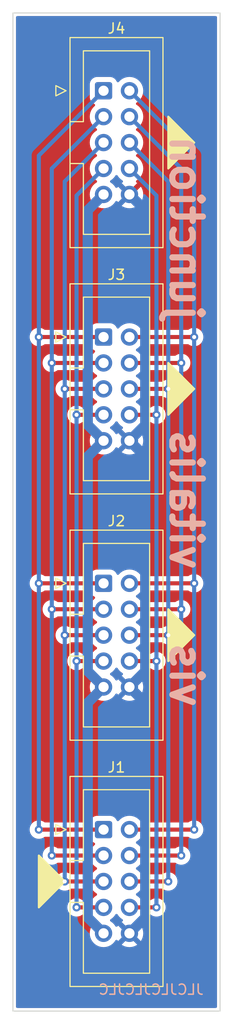
<source format=kicad_pcb>
(kicad_pcb (version 20240108) (generator "pcbnew") (generator_version "8.0")
  (layers (0 "F.Cu" signal) (31 "B.Cu" signal) (34 "B.Paste" user) (35 "F.Paste" user) (36 "B.SilkS" user "B.Silkscreen") (37 "F.SilkS" user "F.Silkscreen") (38 "B.Mask" user) (39 "F.Mask" user) (44 "Edge.Cuts" user))
  (net 0 "")
  (net 1 "d1")
  (net 2 "d2")
  (net 3 "d3")
  (net 4 "d4")
  (net 5 "d5")
  (net 6 "d6")
  (net 7 "d7")
  (net 8 "d8")
  (net 9 "VCC")
  (net 10 "GND")
  (footprint "Connector_IDC:IDC-Header_2x05_P2.54mm_Vertical" (layer "F.Cu") (at 133.35 85.09)
    (property "Reference" "J3" (at 1.27 -6.1 0) (layer "F.SilkS"))
    (property "Value" "BHR-10-VUA")
    (fp_line (start -4.68 -0.5) (end -4.68 0.5) (stroke (width 0.12)) (layer "F.SilkS"))
    (fp_line (start -4.68 0.5) (end -3.68 0) (stroke (width 0.12)) (layer "F.SilkS"))
    (fp_line (start -3.68 0) (end -4.68 -0.5) (stroke (width 0.12)) (layer "F.SilkS"))
    (fp_line (start -3.29 -5.21) (end 5.83 -5.21) (stroke (width 0.12)) (layer "F.SilkS"))
    (fp_line (start -3.29 3.03) (end -1.98 3.03) (stroke (width 0.12)) (layer "F.SilkS"))
    (fp_line (start -3.29 15.37) (end -3.29 -5.21) (stroke (width 0.12)) (layer "F.SilkS"))
    (fp_line (start -1.98 -3.91) (end 4.52 -3.91) (stroke (width 0.12)) (layer "F.SilkS"))
    (fp_line (start -1.98 3.03) (end -1.98 -3.91) (stroke (width 0.12)) (layer "F.SilkS"))
    (fp_line (start -1.98 7.13) (end -3.29 7.13) (stroke (width 0.12)) (layer "F.SilkS"))
    (fp_line (start -1.98 7.13) (end -1.98 7.13) (stroke (width 0.12)) (layer "F.SilkS"))
    (fp_line (start -1.98 14.07) (end -1.98 7.13) (stroke (width 0.12)) (layer "F.SilkS"))
    (fp_line (start 4.52 -3.91) (end 4.52 14.07) (stroke (width 0.12)) (layer "F.SilkS"))
    (fp_line (start 4.52 14.07) (end -1.98 14.07) (stroke (width 0.12)) (layer "F.SilkS"))
    (fp_line (start 5.83 -5.21) (end 5.83 15.37) (stroke (width 0.12)) (layer "F.SilkS"))
    (fp_line (start 5.83 15.37) (end -3.29 15.37) (stroke (width 0.12)) (layer "F.SilkS"))
    (pad "1" thru_hole roundrect (at 0 0) (size 1.7 1.7) (drill 1) (layers "*.Cu" "*.Mask") (roundrect_rratio 0.147059) (net 1 "d1"))
    (pad "2" thru_hole circle (at 2.54 0) (size 1.7 1.7) (drill 1) (layers "*.Cu" "*.Mask") (net 2 "d2"))
    (pad "3" thru_hole circle (at 0 2.54) (size 1.7 1.7) (drill 1) (layers "*.Cu" "*.Mask") (net 3 "d3"))
    (pad "4" thru_hole circle (at 2.54 2.54) (size 1.7 1.7) (drill 1) (layers "*.Cu" "*.Mask") (net 4 "d4"))
    (pad "5" thru_hole circle (at 0 5.08) (size 1.7 1.7) (drill 1) (layers "*.Cu" "*.Mask") (net 5 "d5"))
    (pad "6" thru_hole circle (at 2.54 5.08) (size 1.7 1.7) (drill 1) (layers "*.Cu" "*.Mask") (net 6 "d6"))
    (pad "7" thru_hole circle (at 0 7.62) (size 1.7 1.7) (drill 1) (layers "*.Cu" "*.Mask") (net 7 "d7"))
    (pad "8" thru_hole circle (at 2.54 7.62) (size 1.7 1.7) (drill 1) (layers "*.Cu" "*.Mask") (net 8 "d8"))
    (pad "9" thru_hole circle (at 0 10.16) (size 1.7 1.7) (drill 1) (layers "*.Cu" "*.Mask") (net 9 "VCC"))
    (pad "10" thru_hole circle (at 2.54 10.16) (size 1.7 1.7) (drill 1) (layers "*.Cu" "*.Mask") (net 10 "GND"))
  )
  (footprint "Connector_IDC:IDC-Header_2x05_P2.54mm_Vertical" (layer "F.Cu") (at 133.35 60.96)
    (property "Reference" "J4" (at 1.27 -6.1 0) (layer "F.SilkS"))
    (property "Value" "BHR-10-VUA")
    (fp_line (start -4.68 -0.5) (end -4.68 0.5) (stroke (width 0.12)) (layer "F.SilkS"))
    (fp_line (start -4.68 0.5) (end -3.68 0) (stroke (width 0.12)) (layer "F.SilkS"))
    (fp_line (start -3.68 0) (end -4.68 -0.5) (stroke (width 0.12)) (layer "F.SilkS"))
    (fp_line (start -3.29 -5.21) (end 5.83 -5.21) (stroke (width 0.12)) (layer "F.SilkS"))
    (fp_line (start -3.29 3.03) (end -1.98 3.03) (stroke (width 0.12)) (layer "F.SilkS"))
    (fp_line (start -3.29 15.37) (end -3.29 -5.21) (stroke (width 0.12)) (layer "F.SilkS"))
    (fp_line (start -1.98 -3.91) (end 4.52 -3.91) (stroke (width 0.12)) (layer "F.SilkS"))
    (fp_line (start -1.98 3.03) (end -1.98 -3.91) (stroke (width 0.12)) (layer "F.SilkS"))
    (fp_line (start -1.98 7.13) (end -3.29 7.13) (stroke (width 0.12)) (layer "F.SilkS"))
    (fp_line (start -1.98 7.13) (end -1.98 7.13) (stroke (width 0.12)) (layer "F.SilkS"))
    (fp_line (start -1.98 14.07) (end -1.98 7.13) (stroke (width 0.12)) (layer "F.SilkS"))
    (fp_line (start 4.52 -3.91) (end 4.52 14.07) (stroke (width 0.12)) (layer "F.SilkS"))
    (fp_line (start 4.52 14.07) (end -1.98 14.07) (stroke (width 0.12)) (layer "F.SilkS"))
    (fp_line (start 5.83 -5.21) (end 5.83 15.37) (stroke (width 0.12)) (layer "F.SilkS"))
    (fp_line (start 5.83 15.37) (end -3.29 15.37) (stroke (width 0.12)) (layer "F.SilkS"))
    (pad "1" thru_hole roundrect (at 0 0) (size 1.7 1.7) (drill 1) (layers "*.Cu" "*.Mask") (roundrect_rratio 0.147059) (net 1 "d1"))
    (pad "2" thru_hole circle (at 2.54 0) (size 1.7 1.7) (drill 1) (layers "*.Cu" "*.Mask") (net 2 "d2"))
    (pad "3" thru_hole circle (at 0 2.54) (size 1.7 1.7) (drill 1) (layers "*.Cu" "*.Mask") (net 3 "d3"))
    (pad "4" thru_hole circle (at 2.54 2.54) (size 1.7 1.7) (drill 1) (layers "*.Cu" "*.Mask") (net 4 "d4"))
    (pad "5" thru_hole circle (at 0 5.08) (size 1.7 1.7) (drill 1) (layers "*.Cu" "*.Mask") (net 5 "d5"))
    (pad "6" thru_hole circle (at 2.54 5.08) (size 1.7 1.7) (drill 1) (layers "*.Cu" "*.Mask") (net 6 "d6"))
    (pad "7" thru_hole circle (at 0 7.62) (size 1.7 1.7) (drill 1) (layers "*.Cu" "*.Mask") (net 7 "d7"))
    (pad "8" thru_hole circle (at 2.54 7.62) (size 1.7 1.7) (drill 1) (layers "*.Cu" "*.Mask") (net 8 "d8"))
    (pad "9" thru_hole circle (at 0 10.16) (size 1.7 1.7) (drill 1) (layers "*.Cu" "*.Mask") (net 9 "VCC"))
    (pad "10" thru_hole circle (at 2.54 10.16) (size 1.7 1.7) (drill 1) (layers "*.Cu" "*.Mask") (net 10 "GND"))
  )
  (footprint "Connector_IDC:IDC-Header_2x05_P2.54mm_Vertical" (layer "F.Cu") (at 133.35 133.35)
    (property "Reference" "J1" (at 1.27 -6.1 0) (layer "F.SilkS"))
    (property "Value" "BHR-10-VUA" (hide yes))
    (fp_line (start -4.68 -0.5) (end -4.68 0.5) (stroke (width 0.12)) (layer "F.SilkS"))
    (fp_line (start -4.68 0.5) (end -3.68 0) (stroke (width 0.12)) (layer "F.SilkS"))
    (fp_line (start -3.68 0) (end -4.68 -0.5) (stroke (width 0.12)) (layer "F.SilkS"))
    (fp_line (start -3.29 -5.21) (end 5.83 -5.21) (stroke (width 0.12)) (layer "F.SilkS"))
    (fp_line (start -3.29 3.03) (end -1.98 3.03) (stroke (width 0.12)) (layer "F.SilkS"))
    (fp_line (start -3.29 15.37) (end -3.29 -5.21) (stroke (width 0.12)) (layer "F.SilkS"))
    (fp_line (start -1.98 -3.91) (end 4.52 -3.91) (stroke (width 0.12)) (layer "F.SilkS"))
    (fp_line (start -1.98 3.03) (end -1.98 -3.91) (stroke (width 0.12)) (layer "F.SilkS"))
    (fp_line (start -1.98 7.13) (end -3.29 7.13) (stroke (width 0.12)) (layer "F.SilkS"))
    (fp_line (start -1.98 7.13) (end -1.98 7.13) (stroke (width 0.12)) (layer "F.SilkS"))
    (fp_line (start -1.98 14.07) (end -1.98 7.13) (stroke (width 0.12)) (layer "F.SilkS"))
    (fp_line (start 4.52 -3.91) (end 4.52 14.07) (stroke (width 0.12)) (layer "F.SilkS"))
    (fp_line (start 4.52 14.07) (end -1.98 14.07) (stroke (width 0.12)) (layer "F.SilkS"))
    (fp_line (start 5.83 -5.21) (end 5.83 15.37) (stroke (width 0.12)) (layer "F.SilkS"))
    (fp_line (start 5.83 15.37) (end -3.29 15.37) (stroke (width 0.12)) (layer "F.SilkS"))
    (pad "1" thru_hole roundrect (at 0 0) (size 1.7 1.7) (drill 1) (layers "*.Cu" "*.Mask") (roundrect_rratio 0.147059) (net 1 "d1"))
    (pad "2" thru_hole circle (at 2.54 0) (size 1.7 1.7) (drill 1) (layers "*.Cu" "*.Mask") (net 2 "d2"))
    (pad "3" thru_hole circle (at 0 2.54) (size 1.7 1.7) (drill 1) (layers "*.Cu" "*.Mask") (net 3 "d3"))
    (pad "4" thru_hole circle (at 2.54 2.54) (size 1.7 1.7) (drill 1) (layers "*.Cu" "*.Mask") (net 4 "d4"))
    (pad "5" thru_hole circle (at 0 5.08) (size 1.7 1.7) (drill 1) (layers "*.Cu" "*.Mask") (net 5 "d5"))
    (pad "6" thru_hole circle (at 2.54 5.08) (size 1.7 1.7) (drill 1) (layers "*.Cu" "*.Mask") (net 6 "d6"))
    (pad "7" thru_hole circle (at 0 7.62) (size 1.7 1.7) (drill 1) (layers "*.Cu" "*.Mask") (net 7 "d7"))
    (pad "8" thru_hole circle (at 2.54 7.62) (size 1.7 1.7) (drill 1) (layers "*.Cu" "*.Mask") (net 8 "d8"))
    (pad "9" thru_hole circle (at 0 10.16) (size 1.7 1.7) (drill 1) (layers "*.Cu" "*.Mask") (net 9 "VCC"))
    (pad "10" thru_hole circle (at 2.54 10.16) (size 1.7 1.7) (drill 1) (layers "*.Cu" "*.Mask") (net 10 "GND"))
  )
  (footprint "Connector_IDC:IDC-Header_2x05_P2.54mm_Vertical" (layer "F.Cu") (at 133.35 109.22)
    (property "Reference" "J2" (at 1.27 -6.1 0) (layer "F.SilkS"))
    (property "Value" "BHR-10-VUA")
    (fp_line (start -4.68 -0.5) (end -4.68 0.5) (stroke (width 0.12)) (layer "F.SilkS"))
    (fp_line (start -4.68 0.5) (end -3.68 0) (stroke (width 0.12)) (layer "F.SilkS"))
    (fp_line (start -3.68 0) (end -4.68 -0.5) (stroke (width 0.12)) (layer "F.SilkS"))
    (fp_line (start -3.29 -5.21) (end 5.83 -5.21) (stroke (width 0.12)) (layer "F.SilkS"))
    (fp_line (start -3.29 3.03) (end -1.98 3.03) (stroke (width 0.12)) (layer "F.SilkS"))
    (fp_line (start -3.29 15.37) (end -3.29 -5.21) (stroke (width 0.12)) (layer "F.SilkS"))
    (fp_line (start -1.98 -3.91) (end 4.52 -3.91) (stroke (width 0.12)) (layer "F.SilkS"))
    (fp_line (start -1.98 3.03) (end -1.98 -3.91) (stroke (width 0.12)) (layer "F.SilkS"))
    (fp_line (start -1.98 7.13) (end -3.29 7.13) (stroke (width 0.12)) (layer "F.SilkS"))
    (fp_line (start -1.98 7.13) (end -1.98 7.13) (stroke (width 0.12)) (layer "F.SilkS"))
    (fp_line (start -1.98 14.07) (end -1.98 7.13) (stroke (width 0.12)) (layer "F.SilkS"))
    (fp_line (start 4.52 -3.91) (end 4.52 14.07) (stroke (width 0.12)) (layer "F.SilkS"))
    (fp_line (start 4.52 14.07) (end -1.98 14.07) (stroke (width 0.12)) (layer "F.SilkS"))
    (fp_line (start 5.83 -5.21) (end 5.83 15.37) (stroke (width 0.12)) (layer "F.SilkS"))
    (fp_line (start 5.83 15.37) (end -3.29 15.37) (stroke (width 0.12)) (layer "F.SilkS"))
    (pad "1" thru_hole roundrect (at 0 0) (size 1.7 1.7) (drill 1) (layers "*.Cu" "*.Mask") (roundrect_rratio 0.147059) (net 1 "d1"))
    (pad "2" thru_hole circle (at 2.54 0) (size 1.7 1.7) (drill 1) (layers "*.Cu" "*.Mask") (net 2 "d2"))
    (pad "3" thru_hole circle (at 0 2.54) (size 1.7 1.7) (drill 1) (layers "*.Cu" "*.Mask") (net 3 "d3"))
    (pad "4" thru_hole circle (at 2.54 2.54) (size 1.7 1.7) (drill 1) (layers "*.Cu" "*.Mask") (net 4 "d4"))
    (pad "5" thru_hole circle (at 0 5.08) (size 1.7 1.7) (drill 1) (layers "*.Cu" "*.Mask") (net 5 "d5"))
    (pad "6" thru_hole circle (at 2.54 5.08) (size 1.7 1.7) (drill 1) (layers "*.Cu" "*.Mask") (net 6 "d6"))
    (pad "7" thru_hole circle (at 0 7.62) (size 1.7 1.7) (drill 1) (layers "*.Cu" "*.Mask") (net 7 "d7"))
    (pad "8" thru_hole circle (at 2.54 7.62) (size 1.7 1.7) (drill 1) (layers "*.Cu" "*.Mask") (net 8 "d8"))
    (pad "9" thru_hole circle (at 0 10.16) (size 1.7 1.7) (drill 1) (layers "*.Cu" "*.Mask") (net 9 "VCC"))
    (pad "10" thru_hole circle (at 2.54 10.16) (size 1.7 1.7) (drill 1) (layers "*.Cu" "*.Mask") (net 10 "GND"))
  )
  (gr_poly (pts (xy 142.24 66.04) (xy 139.7 63.5) (xy 139.7 68.58)) (stroke (width 0.2)) (fill solid) (layer "F.SilkS"))
  (gr_poly (pts (xy 129.54 138.43) (xy 127 135.89) (xy 127 140.97)) (stroke (width 0.2)) (fill solid) (layer "F.SilkS"))
  (gr_poly (pts (xy 142.24 114.3) (xy 139.7 111.76) (xy 139.7 116.84)) (stroke (width 0.2)) (fill solid) (layer "F.SilkS"))
  (gr_poly (pts (xy 142.24 90.17) (xy 139.7 87.63) (xy 139.7 92.71)) (stroke (width 0.2)) (fill solid) (layer "F.SilkS"))
  (gr_line (start 144.78 151.13) (end 124.46 151.13) (stroke (width 0.1)) (layer "Edge.Cuts"))
  (gr_line (start 124.46 53.34) (end 144.78 53.34) (stroke (width 0.1)) (layer "Edge.Cuts"))
  (gr_line (start 124.46 151.13) (end 124.46 53.34) (stroke (width 0.1)) (layer "Edge.Cuts"))
  (gr_line (start 144.78 53.34) (end 144.78 151.13) (stroke (width 0.1)) (layer "Edge.Cuts"))
  (gr_text "junction" (at 139.7 83.82 270) (layer "B.SilkS") (effects (font (size 3 3) (thickness 0.6) (bold yes)) (justify left bottom mirror)))
  (gr_text "vitalis" (at 139.7 108.204 270) (layer "B.SilkS") (effects (font (size 3 3) (thickness 0.6) (bold yes)) (justify left bottom mirror)))
  (gr_text "JLCJLCJLCJLC" (at 143.256 149.606 0) (layer "B.SilkS") (effects (font (size 1 1)) (justify left bottom mirror)))
  (gr_text "vis" (at 139.7 121.666 270) (layer "B.SilkS") (effects (font (size 3 3) (thickness 0.6) (bold yes)) (justify left bottom mirror)))
  (segment (start 133.35 85.09) (end 127 85.09) (width 0.4) (layer "F.Cu") (net 1))
  (segment (start 133.35 109.22) (end 127 109.22) (width 0.4) (layer "F.Cu") (net 1))
  (segment (start 133.35 133.35) (end 127 133.35) (width 0.4) (layer "F.Cu") (net 1))
  (via (at 127 109.22) (size 0.8) (drill 0.4) (layers "F.Cu" "B.Cu") (net 1))
  (via (at 127 133.35) (size 0.8) (drill 0.4) (layers "F.Cu" "B.Cu") (net 1))
  (via (at 127 85.09) (size 0.8) (drill 0.4) (layers "F.Cu" "B.Cu") (net 1))
  (segment (start 127 67.31) (end 133.35 60.96) (width 0.4) (layer "B.Cu") (net 1))
  (segment (start 127 109.22) (end 127 85.09) (width 0.4) (layer "B.Cu") (net 1))
  (segment (start 127 85.09) (end 127 67.31) (width 0.4) (layer "B.Cu") (net 1))
  (segment (start 127 133.35) (end 127 109.22) (width 0.4) (layer "B.Cu") (net 1))
  (segment (start 135.89 109.22) (end 142.24 109.22) (width 0.4) (layer "F.Cu") (net 2))
  (segment (start 135.89 85.09) (end 142.24 85.09) (width 0.4) (layer "F.Cu") (net 2))
  (segment (start 135.89 133.35) (end 142.24 133.35) (width 0.4) (layer "F.Cu") (net 2))
  (via (at 142.24 85.09) (size 0.8) (drill 0.4) (layers "F.Cu" "B.Cu") (net 2))
  (via (at 142.24 109.22) (size 0.8) (drill 0.4) (layers "F.Cu" "B.Cu") (net 2))
  (via (at 142.24 133.35) (size 0.8) (drill 0.4) (layers "F.Cu" "B.Cu") (net 2))
  (segment (start 142.24 85.09) (end 142.24 67.31) (width 0.4) (layer "B.Cu") (net 2))
  (segment (start 142.24 109.22) (end 142.24 85.09) (width 0.4) (layer "B.Cu") (net 2))
  (segment (start 142.24 133.35) (end 142.24 109.22) (width 0.4) (layer "B.Cu") (net 2))
  (segment (start 142.24 67.31) (end 135.89 60.96) (width 0.4) (layer "B.Cu") (net 2))
  (segment (start 133.35 111.76) (end 128.27 111.76) (width 0.4) (layer "F.Cu") (net 3))
  (segment (start 133.35 87.63) (end 128.27 87.63) (width 0.4) (layer "F.Cu") (net 3))
  (segment (start 133.35 135.89) (end 128.27 135.89) (width 0.4) (layer "F.Cu") (net 3))
  (via (at 128.27 111.76) (size 0.8) (drill 0.4) (layers "F.Cu" "B.Cu") (net 3))
  (via (at 128.27 135.89) (size 0.8) (drill 0.4) (layers "F.Cu" "B.Cu") (net 3))
  (via (at 128.27 87.63) (size 0.8) (drill 0.4) (layers "F.Cu" "B.Cu") (net 3))
  (segment (start 128.27 135.89) (end 128.27 111.76) (width 0.4) (layer "B.Cu") (net 3))
  (segment (start 128.27 111.76) (end 128.27 87.63) (width 0.4) (layer "B.Cu") (net 3))
  (segment (start 128.27 87.63) (end 128.27 68.58) (width 0.4) (layer "B.Cu") (net 3))
  (segment (start 128.27 68.58) (end 133.35 63.5) (width 0.4) (layer "B.Cu") (net 3))
  (segment (start 135.89 135.89) (end 140.97 135.89) (width 0.4) (layer "F.Cu") (net 4))
  (segment (start 135.89 111.76) (end 140.97 111.76) (width 0.4) (layer "F.Cu") (net 4))
  (segment (start 135.89 87.63) (end 140.97 87.63) (width 0.4) (layer "F.Cu") (net 4))
  (via (at 140.97 135.89) (size 0.8) (drill 0.4) (layers "F.Cu" "B.Cu") (net 4))
  (via (at 140.97 87.63) (size 0.8) (drill 0.4) (layers "F.Cu" "B.Cu") (net 4))
  (via (at 140.97 111.76) (size 0.8) (drill 0.4) (layers "F.Cu" "B.Cu") (net 4))
  (segment (start 140.97 68.58) (end 135.89 63.5) (width 0.4) (layer "B.Cu") (net 4))
  (segment (start 140.97 135.89) (end 140.97 111.76) (width 0.4) (layer "B.Cu") (net 4))
  (segment (start 140.97 111.76) (end 140.97 87.63) (width 0.4) (layer "B.Cu") (net 4))
  (segment (start 140.97 87.63) (end 140.97 68.58) (width 0.4) (layer "B.Cu") (net 4))
  (segment (start 133.35 138.43) (end 129.54 138.43) (width 0.4) (layer "F.Cu") (net 5))
  (segment (start 133.35 114.3) (end 129.54 114.3) (width 0.4) (layer "F.Cu") (net 5))
  (segment (start 133.35 90.17) (end 129.54 90.17) (width 0.4) (layer "F.Cu") (net 5))
  (via (at 129.54 138.43) (size 0.8) (drill 0.4) (layers "F.Cu" "B.Cu") (net 5))
  (via (at 129.54 114.3) (size 0.8) (drill 0.4) (layers "F.Cu" "B.Cu") (net 5))
  (via (at 129.54 90.17) (size 0.8) (drill 0.4) (layers "F.Cu" "B.Cu") (net 5))
  (segment (start 129.54 90.17) (end 129.54 69.85) (width 0.4) (layer "B.Cu") (net 5))
  (segment (start 129.54 69.85) (end 133.35 66.04) (width 0.4) (layer "B.Cu") (net 5))
  (segment (start 129.54 114.3) (end 129.54 90.17) (width 0.4) (layer "B.Cu") (net 5))
  (segment (start 129.54 138.43) (end 129.54 114.3) (width 0.4) (layer "B.Cu") (net 5))
  (segment (start 135.89 138.43) (end 139.7 138.43) (width 0.4) (layer "F.Cu") (net 6))
  (segment (start 135.89 90.17) (end 139.7 90.17) (width 0.4) (layer "F.Cu") (net 6))
  (segment (start 135.89 114.3) (end 139.7 114.3) (width 0.4) (layer "F.Cu") (net 6))
  (via (at 139.7 138.43) (size 0.8) (drill 0.4) (layers "F.Cu" "B.Cu") (net 6))
  (via (at 139.7 90.17) (size 0.8) (drill 0.4) (layers "F.Cu" "B.Cu") (net 6))
  (via (at 139.7 114.3) (size 0.8) (drill 0.4) (layers "F.Cu" "B.Cu") (net 6))
  (segment (start 139.7 114.3) (end 139.7 90.17) (width 0.4) (layer "B.Cu") (net 6))
  (segment (start 139.7 90.17) (end 139.7 69.85) (width 0.4) (layer "B.Cu") (net 6))
  (segment (start 139.7 69.85) (end 135.89 66.04) (width 0.4) (layer "B.Cu") (net 6))
  (segment (start 139.7 138.43) (end 139.7 114.3) (width 0.4) (layer "B.Cu") (net 6))
  (segment (start 133.35 116.84) (end 130.7 116.84) (width 0.4) (layer "F.Cu") (net 7))
  (segment (start 133.35 92.71) (end 130.7 92.71) (width 0.4) (layer "F.Cu") (net 7))
  (segment (start 133.35 140.97) (end 130.7 140.97) (width 0.4) (layer "F.Cu") (net 7))
  (via (at 130.7 116.84) (size 0.8) (drill 0.4) (layers "F.Cu" "B.Cu") (net 7))
  (via (at 130.7 140.97) (size 0.8) (drill 0.4) (layers "F.Cu" "B.Cu") (net 7))
  (via (at 130.7 92.71) (size 0.8) (drill 0.4) (layers "F.Cu" "B.Cu") (net 7))
  (segment (start 130.7 116.84) (end 130.7 140.97) (width 0.4) (layer "B.Cu") (net 7))
  (segment (start 130.7 71.23) (end 130.7 92.71) (width 0.4) (layer "B.Cu") (net 7))
  (segment (start 130.7 92.71) (end 130.7 116.84) (width 0.4) (layer "B.Cu") (net 7))
  (segment (start 133.35 68.58) (end 130.7 71.23) (width 0.4) (layer "B.Cu") (net 7))
  (segment (start 135.89 92.71) (end 138.54 92.71) (width 0.4) (layer "F.Cu") (net 8))
  (segment (start 135.89 116.84) (end 138.54 116.84) (width 0.4) (layer "F.Cu") (net 8))
  (segment (start 135.89 140.97) (end 138.54 140.97) (width 0.4) (layer "F.Cu") (net 8))
  (via (at 138.54 92.71) (size 0.8) (drill 0.4) (layers "F.Cu" "B.Cu") (net 8))
  (via (at 138.54 140.97) (size 0.8) (drill 0.4) (layers "F.Cu" "B.Cu") (net 8))
  (via (at 138.54 116.84) (size 0.8) (drill 0.4) (layers "F.Cu" "B.Cu") (net 8))
  (segment (start 138.54 71.23) (end 135.89 68.58) (width 0.4) (layer "B.Cu") (net 8))
  (segment (start 138.54 140.97) (end 138.54 116.84) (width 0.4) (layer "B.Cu") (net 8))
  (segment (start 138.54 92.71) (end 138.54 71.23) (width 0.4) (layer "B.Cu") (net 8))
  (segment (start 138.54 116.84) (end 138.54 92.71) (width 0.4) (layer "B.Cu") (net 8))
  (segment (start 133.35 143.51) (end 131.8 141.96) (width 1) (layer "B.Cu") (net 9))
  (segment (start 133.35 119.38) (end 131.8 117.83) (width 1) (layer "B.Cu") (net 9))
  (segment (start 131.8 120.93) (end 133.35 119.38) (width 1) (layer "B.Cu") (net 9))
  (segment (start 131.8 93.7) (end 131.8 72.67) (width 1) (layer "B.Cu") (net 9))
  (segment (start 131.8 72.67) (end 133.35 71.12) (width 1) (layer "B.Cu") (net 9))
  (segment (start 131.8 141.96) (end 131.8 120.93) (width 1) (layer "B.Cu") (net 9))
  (segment (start 133.35 95.25) (end 131.8 93.7) (width 1) (layer "B.Cu") (net 9))
  (segment (start 131.8 117.83) (end 131.8 96.8) (width 1) (layer "B.Cu") (net 9))
  (segment (start 131.8 96.8) (end 133.35 95.25) (width 1) (layer "B.Cu") (net 9))
  (segment (start 137.44 120.93) (end 135.89 119.38) (width 1) (layer "B.Cu") (net 10))
  (segment (start 137.44 93.7) (end 137.44 72.67) (width 1) (layer "B.Cu") (net 10))
  (segment (start 137.44 141.96) (end 137.44 120.93) (width 1) (layer "B.Cu") (net 10))
  (segment (start 135.89 143.51) (end 137.44 141.96) (width 1) (layer "B.Cu") (net 10))
  (segment (start 137.44 96.8) (end 135.89 95.25) (width 1) (layer "B.Cu") (net 10))
  (segment (start 137.44 117.83) (end 137.44 96.8) (width 1) (layer "B.Cu") (net 10))
  (segment (start 137.44 72.67) (end 135.89 71.12) (width 1) (layer "B.Cu") (net 10))
  (segment (start 135.89 119.38) (end 137.44 117.83) (width 1) (layer "B.Cu") (net 10))
  (segment (start 135.89 95.25) (end 137.44 93.7) (width 1) (layer "B.Cu") (net 10))
  (zone (net 10) (net_name "GND") (layer "F.Cu") (connect_pads (clearance 0.5)) (min_thickness 0.25) (fill yes (thermal_gap 0.5) (thermal_bridge_width 0.5))
    (polygon (pts (xy 123.19 52.07) (xy 146.05 52.07) (xy 146.05 152.4) (xy 123.19 152.4)))
  )
  (zone (net 10) (net_name "GND") (layer "B.Cu") (priority 1) (connect_pads (clearance 0.5)) (min_thickness 0.25) (fill yes (thermal_gap 0.5) (thermal_bridge_width 0.5))
    (polygon (pts (xy 123.19 52.07) (xy 146.05 52.07) (xy 146.05 152.4) (xy 123.19 152.4)))
  )
)
</source>
